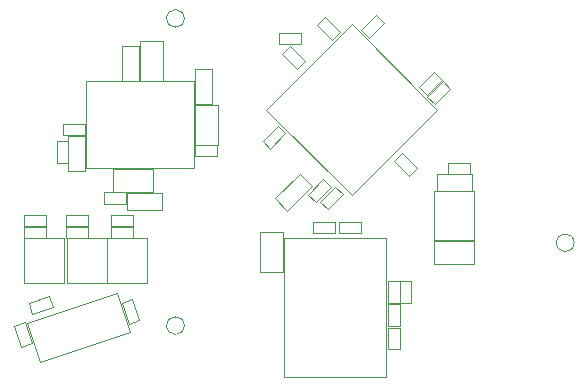
<source format=gbr>
%TF.GenerationSoftware,KiCad,Pcbnew,8.0.5-8.0.5-0~ubuntu22.04.1*%
%TF.CreationDate,2024-10-09T17:19:14-04:00*%
%TF.ProjectId,blinkencap,626c696e-6b65-46e6-9361-702e6b696361,1.0*%
%TF.SameCoordinates,Original*%
%TF.FileFunction,Other,User*%
%FSLAX46Y46*%
G04 Gerber Fmt 4.6, Leading zero omitted, Abs format (unit mm)*
G04 Created by KiCad (PCBNEW 8.0.5-8.0.5-0~ubuntu22.04.1) date 2024-10-09 17:19:14*
%MOMM*%
%LPD*%
G01*
G04 APERTURE LIST*
%ADD10C,0.050000*%
G04 APERTURE END LIST*
D10*
%TO.C,U2*%
X63554272Y-43915938D02*
X70809188Y-51170854D01*
X70809188Y-36661022D02*
X63554272Y-43915938D01*
X70809188Y-51170854D02*
X78064104Y-43915938D01*
X78064104Y-43915938D02*
X70809188Y-36661022D01*
%TO.C,FID3*%
X56650000Y-62200000D02*
G75*
G02*
X55150000Y-62200000I-750000J0D01*
G01*
X55150000Y-62200000D02*
G75*
G02*
X56650000Y-62200000I750000J0D01*
G01*
%TO.C,R24*%
X51820000Y-50970000D02*
X54780000Y-50970000D01*
X51820000Y-52430000D02*
X51820000Y-50970000D01*
X54780000Y-50970000D02*
X54780000Y-52430000D01*
X54780000Y-52430000D02*
X51820000Y-52430000D01*
%TO.C,R15*%
X50455000Y-53830000D02*
X52315000Y-53830000D01*
X50455000Y-54770000D02*
X50455000Y-53830000D01*
X52315000Y-53830000D02*
X52315000Y-54770000D01*
X52315000Y-54770000D02*
X50455000Y-54770000D01*
%TO.C,FID1*%
X89650000Y-55200000D02*
G75*
G02*
X88150000Y-55200000I-750000J0D01*
G01*
X88150000Y-55200000D02*
G75*
G02*
X89650000Y-55200000I750000J0D01*
G01*
%TO.C,C19*%
X50600000Y-48920000D02*
X54000000Y-48920000D01*
X50600000Y-50880000D02*
X50600000Y-48920000D01*
X54000000Y-48920000D02*
X54000000Y-50880000D01*
X54000000Y-50880000D02*
X50600000Y-50880000D01*
%TO.C,R17*%
X64670000Y-37430000D02*
X66530000Y-37430000D01*
X64670000Y-38370000D02*
X64670000Y-37430000D01*
X66530000Y-37430000D02*
X66530000Y-38370000D01*
X66530000Y-38370000D02*
X64670000Y-38370000D01*
%TO.C,R22*%
X57570000Y-40520000D02*
X59030000Y-40520000D01*
X57570000Y-43480000D02*
X57570000Y-40520000D01*
X59030000Y-40520000D02*
X59030000Y-43480000D01*
X59030000Y-43480000D02*
X57570000Y-43480000D01*
%TO.C,C18*%
X57520000Y-43500000D02*
X59480000Y-43500000D01*
X57520000Y-46900000D02*
X57520000Y-43500000D01*
X59480000Y-43500000D02*
X59480000Y-46900000D01*
X59480000Y-46900000D02*
X57520000Y-46900000D01*
%TO.C,C13*%
X67870675Y-36721213D02*
X68521213Y-36070675D01*
X68521213Y-36070675D02*
X69808147Y-37357609D01*
X69157609Y-38008147D02*
X67870675Y-36721213D01*
X69808147Y-37357609D02*
X69157609Y-38008147D01*
%TO.C,R1*%
X74930000Y-58470000D02*
X75870000Y-58470000D01*
X74930000Y-60330000D02*
X74930000Y-58470000D01*
X75870000Y-58470000D02*
X75870000Y-60330000D01*
X75870000Y-60330000D02*
X74930000Y-60330000D01*
%TO.C,C1*%
X77800000Y-55020000D02*
X81200000Y-55020000D01*
X77800000Y-56980000D02*
X77800000Y-55020000D01*
X81200000Y-55020000D02*
X81200000Y-56980000D01*
X81200000Y-56980000D02*
X77800000Y-56980000D01*
%TO.C,R9*%
X46670000Y-53830000D02*
X48530000Y-53830000D01*
X46670000Y-54770000D02*
X46670000Y-53830000D01*
X48530000Y-53830000D02*
X48530000Y-54770000D01*
X48530000Y-54770000D02*
X46670000Y-54770000D01*
%TO.C,U3*%
X48320000Y-41500000D02*
X48320000Y-48900000D01*
X48320000Y-48900000D02*
X57480000Y-48900000D01*
X57480000Y-41500000D02*
X48320000Y-41500000D01*
X57480000Y-48900000D02*
X57480000Y-41500000D01*
%TO.C,R16*%
X51370000Y-38520000D02*
X52830000Y-38520000D01*
X51370000Y-41480000D02*
X51370000Y-38520000D01*
X52830000Y-38520000D02*
X52830000Y-41480000D01*
X52830000Y-41480000D02*
X51370000Y-41480000D01*
%TO.C,R23*%
X49870000Y-50930000D02*
X51730000Y-50930000D01*
X49870000Y-51870000D02*
X49870000Y-50930000D01*
X51730000Y-50930000D02*
X51730000Y-51870000D01*
X51730000Y-51870000D02*
X49870000Y-51870000D01*
%TO.C,C17*%
X52920000Y-38100000D02*
X54880000Y-38100000D01*
X52920000Y-41500000D02*
X52920000Y-38100000D01*
X54880000Y-38100000D02*
X54880000Y-41500000D01*
X54880000Y-41500000D02*
X52920000Y-41500000D01*
%TO.C,Q1*%
X46700000Y-54780000D02*
X46700000Y-58620000D01*
X46700000Y-58620000D02*
X50100000Y-58620000D01*
X50100000Y-54780000D02*
X46700000Y-54780000D01*
X50100000Y-58620000D02*
X50100000Y-54780000D01*
%TO.C,FID2*%
X56650000Y-36200000D02*
G75*
G02*
X55150000Y-36200000I-750000J0D01*
G01*
X55150000Y-36200000D02*
G75*
G02*
X56650000Y-36200000I750000J0D01*
G01*
%TO.C,J1*%
X65050000Y-54800000D02*
X65050000Y-66600000D01*
X65050000Y-66600000D02*
X73750000Y-66600000D01*
X73750000Y-54800000D02*
X65050000Y-54800000D01*
X73750000Y-66600000D02*
X73750000Y-54800000D01*
%TO.C,Q3*%
X50100000Y-54780000D02*
X50100000Y-58620000D01*
X50100000Y-58620000D02*
X53500000Y-58620000D01*
X53500000Y-54780000D02*
X50100000Y-54780000D01*
X53500000Y-58620000D02*
X53500000Y-54780000D01*
%TO.C,Q2*%
X43100000Y-54780000D02*
X43100000Y-58620000D01*
X43100000Y-58620000D02*
X46500000Y-58620000D01*
X46500000Y-54780000D02*
X43100000Y-54780000D01*
X46500000Y-58620000D02*
X46500000Y-54780000D01*
%TO.C,C11*%
X68131264Y-51718198D02*
X69418198Y-50431264D01*
X68781802Y-52368736D02*
X68131264Y-51718198D01*
X69418198Y-50431264D02*
X70068736Y-51081802D01*
X70068736Y-51081802D02*
X68781802Y-52368736D01*
%TO.C,C4*%
X63020000Y-54300000D02*
X64980000Y-54300000D01*
X63020000Y-57700000D02*
X63020000Y-54300000D01*
X64980000Y-54300000D02*
X64980000Y-57700000D01*
X64980000Y-57700000D02*
X63020000Y-57700000D01*
%TO.C,U1*%
X77800000Y-50850000D02*
X77800000Y-54950000D01*
X77800000Y-54950000D02*
X81200000Y-54950000D01*
X81200000Y-50850000D02*
X77800000Y-50850000D01*
X81200000Y-54950000D02*
X81200000Y-50850000D01*
%TO.C,C16*%
X45840000Y-46615000D02*
X46760000Y-46615000D01*
X45840000Y-48435000D02*
X45840000Y-46615000D01*
X46760000Y-46615000D02*
X46760000Y-48435000D01*
X46760000Y-48435000D02*
X45840000Y-48435000D01*
%TO.C,C3*%
X78990000Y-48440000D02*
X80810000Y-48440000D01*
X78990000Y-49360000D02*
X78990000Y-48440000D01*
X80810000Y-48440000D02*
X80810000Y-49360000D01*
X80810000Y-49360000D02*
X78990000Y-49360000D01*
%TO.C,R6*%
X69770000Y-53430000D02*
X71630000Y-53430000D01*
X69770000Y-54370000D02*
X69770000Y-53430000D01*
X71630000Y-53430000D02*
X71630000Y-54370000D01*
X71630000Y-54370000D02*
X69770000Y-54370000D01*
%TO.C,C10*%
X63270675Y-46578787D02*
X64557609Y-45291853D01*
X63921213Y-47229325D02*
X63270675Y-46578787D01*
X64557609Y-45291853D02*
X65208147Y-45942391D01*
X65208147Y-45942391D02*
X63921213Y-47229325D01*
%TO.C,C14*%
X64337294Y-51430330D02*
X66430330Y-49337294D01*
X65369670Y-52462706D02*
X64337294Y-51430330D01*
X66430330Y-49337294D02*
X67462706Y-50369670D01*
X67462706Y-50369670D02*
X65369670Y-52462706D01*
%TO.C,R8*%
X46670000Y-52830000D02*
X48530000Y-52830000D01*
X46670000Y-53770000D02*
X46670000Y-52830000D01*
X48530000Y-52830000D02*
X48530000Y-53770000D01*
X48530000Y-53770000D02*
X46670000Y-53770000D01*
%TO.C,C12*%
X64931264Y-39181802D02*
X65581802Y-38531264D01*
X65581802Y-38531264D02*
X66868736Y-39818198D01*
X66218198Y-40468736D02*
X64931264Y-39181802D01*
X66868736Y-39818198D02*
X66218198Y-40468736D01*
%TO.C,C8*%
X77231264Y-42818198D02*
X78518198Y-41531264D01*
X77881802Y-43468736D02*
X77231264Y-42818198D01*
X78518198Y-41531264D02*
X79168736Y-42181802D01*
X79168736Y-42181802D02*
X77881802Y-43468736D01*
%TO.C,R20*%
X46370000Y-45130000D02*
X48230000Y-45130000D01*
X46370000Y-46070000D02*
X46370000Y-45130000D01*
X48230000Y-45130000D02*
X48230000Y-46070000D01*
X48230000Y-46070000D02*
X46370000Y-46070000D01*
%TO.C,R10*%
X51355368Y-60271081D02*
X52245218Y-59968151D01*
X51954782Y-62031849D02*
X51355368Y-60271081D01*
X52245218Y-59968151D02*
X52844632Y-61728919D01*
X52844632Y-61728919D02*
X51954782Y-62031849D01*
%TO.C,D1*%
X43341421Y-61969652D02*
X50928011Y-59431216D01*
X44451989Y-65288784D02*
X43341421Y-61969652D01*
X50928011Y-59431216D02*
X52038579Y-62750348D01*
X52038579Y-62750348D02*
X44451989Y-65288784D01*
%TO.C,R21*%
X57570000Y-46930000D02*
X59430000Y-46930000D01*
X57570000Y-47870000D02*
X57570000Y-46930000D01*
X59430000Y-46930000D02*
X59430000Y-47870000D01*
X59430000Y-47870000D02*
X57570000Y-47870000D01*
%TO.C,C5*%
X71631264Y-37218198D02*
X72918198Y-35931264D01*
X72281802Y-37868736D02*
X71631264Y-37218198D01*
X72918198Y-35931264D02*
X73568736Y-36581802D01*
X73568736Y-36581802D02*
X72281802Y-37868736D01*
%TO.C,R3*%
X67570000Y-53430000D02*
X69430000Y-53430000D01*
X67570000Y-54370000D02*
X67570000Y-53430000D01*
X69430000Y-53430000D02*
X69430000Y-54370000D01*
X69430000Y-54370000D02*
X67570000Y-54370000D01*
%TO.C,C6*%
X76531264Y-42018198D02*
X77818198Y-40731264D01*
X77181802Y-42668736D02*
X76531264Y-42018198D01*
X77818198Y-40731264D02*
X78468736Y-41381802D01*
X78468736Y-41381802D02*
X77181802Y-42668736D01*
%TO.C,C2*%
X78020000Y-49370000D02*
X80980000Y-49370000D01*
X78020000Y-50830000D02*
X78020000Y-49370000D01*
X80980000Y-49370000D02*
X80980000Y-50830000D01*
X80980000Y-50830000D02*
X78020000Y-50830000D01*
%TO.C,R13*%
X42255368Y-62221081D02*
X43145218Y-61918151D01*
X42854782Y-63981849D02*
X42255368Y-62221081D01*
X43145218Y-61918151D02*
X43744632Y-63678919D01*
X43744632Y-63678919D02*
X42854782Y-63981849D01*
%TO.C,R7*%
X43468151Y-60304782D02*
X45228919Y-59705368D01*
X43771081Y-61194632D02*
X43468151Y-60304782D01*
X45228919Y-59705368D02*
X45531849Y-60595218D01*
X45531849Y-60595218D02*
X43771081Y-61194632D01*
%TO.C,R4*%
X73930000Y-62370000D02*
X74870000Y-62370000D01*
X73930000Y-64230000D02*
X73930000Y-62370000D01*
X74870000Y-62370000D02*
X74870000Y-64230000D01*
X74870000Y-64230000D02*
X73930000Y-64230000D01*
%TO.C,R11*%
X43070000Y-52830000D02*
X44930000Y-52830000D01*
X43070000Y-53770000D02*
X43070000Y-52830000D01*
X44930000Y-52830000D02*
X44930000Y-53770000D01*
X44930000Y-53770000D02*
X43070000Y-53770000D01*
%TO.C,R14*%
X50455000Y-52830000D02*
X52315000Y-52830000D01*
X50455000Y-53770000D02*
X50455000Y-52830000D01*
X52315000Y-52830000D02*
X52315000Y-53770000D01*
X52315000Y-53770000D02*
X50455000Y-53770000D01*
%TO.C,R5*%
X73930000Y-60370000D02*
X74870000Y-60370000D01*
X73930000Y-62230000D02*
X73930000Y-60370000D01*
X74870000Y-60370000D02*
X74870000Y-62230000D01*
X74870000Y-62230000D02*
X73930000Y-62230000D01*
%TO.C,R2*%
X73930000Y-58470000D02*
X74870000Y-58470000D01*
X73930000Y-60330000D02*
X73930000Y-58470000D01*
X74870000Y-58470000D02*
X74870000Y-60330000D01*
X74870000Y-60330000D02*
X73930000Y-60330000D01*
%TO.C,C7*%
X67131264Y-51118198D02*
X68418198Y-49831264D01*
X67781802Y-51768736D02*
X67131264Y-51118198D01*
X68418198Y-49831264D02*
X69068736Y-50481802D01*
X69068736Y-50481802D02*
X67781802Y-51768736D01*
%TO.C,C9*%
X74391853Y-48242391D02*
X75042391Y-47591853D01*
X75042391Y-47591853D02*
X76329325Y-48878787D01*
X75678787Y-49529325D02*
X74391853Y-48242391D01*
X76329325Y-48878787D02*
X75678787Y-49529325D01*
%TO.C,C15*%
X46770000Y-46145000D02*
X48230000Y-46145000D01*
X46770000Y-49105000D02*
X46770000Y-46145000D01*
X48230000Y-46145000D02*
X48230000Y-49105000D01*
X48230000Y-49105000D02*
X46770000Y-49105000D01*
%TO.C,R12*%
X43070000Y-53830000D02*
X44930000Y-53830000D01*
X43070000Y-54770000D02*
X43070000Y-53830000D01*
X44930000Y-53830000D02*
X44930000Y-54770000D01*
X44930000Y-54770000D02*
X43070000Y-54770000D01*
%TD*%
M02*

</source>
